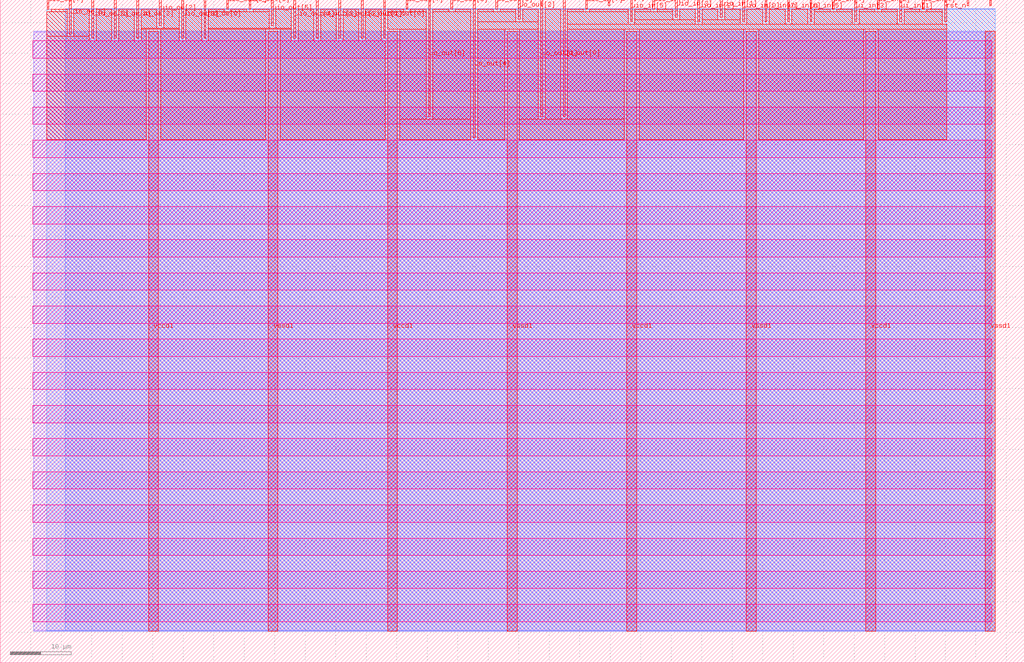
<source format=lef>
VERSION 5.7 ;
  NOWIREEXTENSIONATPIN ON ;
  DIVIDERCHAR "/" ;
  BUSBITCHARS "[]" ;
MACRO tt_um_wokwi_366318576852367361
  CLASS BLOCK ;
  FOREIGN tt_um_wokwi_366318576852367361 ;
  ORIGIN 0.000 0.000 ;
  SIZE 167.900 BY 108.800 ;
  PIN clk
    DIRECTION INPUT ;
    USE SIGNAL ;
    PORT
      LAYER met4 ;
        RECT 158.550 107.800 158.850 108.800 ;
    END
  END clk
  PIN ena
    DIRECTION INPUT ;
    USE SIGNAL ;
    PORT
      LAYER met4 ;
        RECT 162.230 107.800 162.530 108.800 ;
    END
  END ena
  PIN rst_n
    DIRECTION INPUT ;
    USE SIGNAL ;
    PORT
      LAYER met4 ;
        RECT 154.870 105.220 155.170 108.800 ;
    END
  END rst_n
  PIN ui_in[0]
    DIRECTION INPUT ;
    USE SIGNAL ;
    PORT
      LAYER met4 ;
        RECT 151.190 107.260 151.490 108.800 ;
    END
  END ui_in[0]
  PIN ui_in[1]
    DIRECTION INPUT ;
    USE SIGNAL ;
    PORT
      LAYER met4 ;
        RECT 147.510 105.220 147.810 108.800 ;
    END
  END ui_in[1]
  PIN ui_in[2]
    DIRECTION INPUT ;
    USE SIGNAL ;
    PORT
      LAYER met4 ;
        RECT 143.830 107.260 144.130 108.800 ;
    END
  END ui_in[2]
  PIN ui_in[3]
    DIRECTION INPUT ;
    USE SIGNAL ;
    PORT
      LAYER met4 ;
        RECT 140.150 105.220 140.450 108.800 ;
    END
  END ui_in[3]
  PIN ui_in[4]
    DIRECTION INPUT ;
    USE SIGNAL ;
    PORT
      LAYER met4 ;
        RECT 136.470 107.260 136.770 108.800 ;
    END
  END ui_in[4]
  PIN ui_in[5]
    DIRECTION INPUT ;
    USE SIGNAL ;
    PORT
      LAYER met4 ;
        RECT 132.790 105.220 133.090 108.800 ;
    END
  END ui_in[5]
  PIN ui_in[6]
    DIRECTION INPUT ;
    USE SIGNAL ;
    PORT
      LAYER met4 ;
        RECT 129.110 105.220 129.410 108.800 ;
    END
  END ui_in[6]
  PIN ui_in[7]
    DIRECTION INPUT ;
    USE SIGNAL ;
    PORT
      LAYER met4 ;
        RECT 125.430 105.220 125.730 108.800 ;
    END
  END ui_in[7]
  PIN uio_in[0]
    DIRECTION INPUT ;
    USE SIGNAL ;
    PORT
      LAYER met4 ;
        RECT 121.750 105.220 122.050 108.800 ;
    END
  END uio_in[0]
  PIN uio_in[1]
    DIRECTION INPUT ;
    USE SIGNAL ;
    PORT
      LAYER met4 ;
        RECT 118.070 105.900 118.370 108.800 ;
    END
  END uio_in[1]
  PIN uio_in[2]
    DIRECTION INPUT ;
    USE SIGNAL ;
    PORT
      LAYER met4 ;
        RECT 114.390 105.220 114.690 108.800 ;
    END
  END uio_in[2]
  PIN uio_in[3]
    DIRECTION INPUT ;
    USE SIGNAL ;
    PORT
      LAYER met4 ;
        RECT 110.710 105.900 111.010 108.800 ;
    END
  END uio_in[3]
  PIN uio_in[4]
    DIRECTION INPUT ;
    USE SIGNAL ;
    PORT
      LAYER met4 ;
        RECT 107.030 107.260 107.330 108.800 ;
    END
  END uio_in[4]
  PIN uio_in[5]
    DIRECTION INPUT ;
    USE SIGNAL ;
    PORT
      LAYER met4 ;
        RECT 103.350 105.220 103.650 108.800 ;
    END
  END uio_in[5]
  PIN uio_in[6]
    DIRECTION INPUT ;
    USE SIGNAL ;
    PORT
      LAYER met4 ;
        RECT 99.670 107.800 99.970 108.800 ;
    END
  END uio_in[6]
  PIN uio_in[7]
    DIRECTION INPUT ;
    USE SIGNAL ;
    PORT
      LAYER met4 ;
        RECT 95.990 107.260 96.290 108.800 ;
    END
  END uio_in[7]
  PIN uio_oe[0]
    DIRECTION OUTPUT TRISTATE ;
    USE SIGNAL ;
    PORT
      LAYER met4 ;
        RECT 33.430 102.500 33.730 108.800 ;
    END
  END uio_oe[0]
  PIN uio_oe[1]
    DIRECTION OUTPUT TRISTATE ;
    USE SIGNAL ;
    PORT
      LAYER met4 ;
        RECT 29.750 102.500 30.050 108.800 ;
    END
  END uio_oe[1]
  PIN uio_oe[2]
    DIRECTION OUTPUT TRISTATE ;
    USE SIGNAL ;
    PORT
      LAYER met4 ;
        RECT 26.070 104.540 26.370 108.800 ;
    END
  END uio_oe[2]
  PIN uio_oe[3]
    DIRECTION OUTPUT TRISTATE ;
    USE SIGNAL ;
    PORT
      LAYER met4 ;
        RECT 22.390 102.500 22.690 108.800 ;
    END
  END uio_oe[3]
  PIN uio_oe[4]
    DIRECTION OUTPUT TRISTATE ;
    USE SIGNAL ;
    PORT
      LAYER met4 ;
        RECT 18.710 102.500 19.010 108.800 ;
    END
  END uio_oe[4]
  PIN uio_oe[5]
    DIRECTION OUTPUT TRISTATE ;
    USE SIGNAL ;
    PORT
      LAYER met4 ;
        RECT 15.030 102.500 15.330 108.800 ;
    END
  END uio_oe[5]
  PIN uio_oe[6]
    DIRECTION OUTPUT TRISTATE ;
    USE SIGNAL ;
    PORT
      LAYER met4 ;
        RECT 11.350 103.180 11.650 108.800 ;
    END
  END uio_oe[6]
  PIN uio_oe[7]
    DIRECTION OUTPUT TRISTATE ;
    USE SIGNAL ;
    PORT
      LAYER met4 ;
        RECT 7.670 107.260 7.970 108.800 ;
    END
  END uio_oe[7]
  PIN uio_out[0]
    DIRECTION OUTPUT TRISTATE ;
    USE SIGNAL ;
    PORT
      LAYER met4 ;
        RECT 62.870 102.500 63.170 108.800 ;
    END
  END uio_out[0]
  PIN uio_out[1]
    DIRECTION OUTPUT TRISTATE ;
    USE SIGNAL ;
    PORT
      LAYER met4 ;
        RECT 59.190 102.500 59.490 108.800 ;
    END
  END uio_out[1]
  PIN uio_out[2]
    DIRECTION OUTPUT TRISTATE ;
    USE SIGNAL ;
    PORT
      LAYER met4 ;
        RECT 55.510 102.500 55.810 108.800 ;
    END
  END uio_out[2]
  PIN uio_out[3]
    DIRECTION OUTPUT TRISTATE ;
    USE SIGNAL ;
    PORT
      LAYER met4 ;
        RECT 51.830 102.500 52.130 108.800 ;
    END
  END uio_out[3]
  PIN uio_out[4]
    DIRECTION OUTPUT TRISTATE ;
    USE SIGNAL ;
    PORT
      LAYER met4 ;
        RECT 48.150 102.500 48.450 108.800 ;
    END
  END uio_out[4]
  PIN uio_out[5]
    DIRECTION OUTPUT TRISTATE ;
    USE SIGNAL ;
    PORT
      LAYER met4 ;
        RECT 44.470 104.540 44.770 108.800 ;
    END
  END uio_out[5]
  PIN uio_out[6]
    DIRECTION OUTPUT TRISTATE ;
    USE SIGNAL ;
    PORT
      LAYER met4 ;
        RECT 40.790 107.260 41.090 108.800 ;
    END
  END uio_out[6]
  PIN uio_out[7]
    DIRECTION OUTPUT TRISTATE ;
    USE SIGNAL ;
    PORT
      LAYER met4 ;
        RECT 37.110 107.260 37.410 108.800 ;
    END
  END uio_out[7]
  PIN uo_out[0]
    DIRECTION OUTPUT TRISTATE ;
    USE SIGNAL ;
    PORT
      LAYER met4 ;
        RECT 92.310 89.580 92.610 108.800 ;
    END
  END uo_out[0]
  PIN uo_out[1]
    DIRECTION OUTPUT TRISTATE ;
    USE SIGNAL ;
    PORT
      LAYER met4 ;
        RECT 88.630 89.580 88.930 108.800 ;
    END
  END uo_out[1]
  PIN uo_out[2]
    DIRECTION OUTPUT TRISTATE ;
    USE SIGNAL ;
    PORT
      LAYER met4 ;
        RECT 84.950 105.590 85.250 108.800 ;
    END
  END uo_out[2]
  PIN uo_out[3]
    DIRECTION OUTPUT TRISTATE ;
    USE SIGNAL ;
    PORT
      LAYER met4 ;
        RECT 81.270 107.260 81.570 108.800 ;
    END
  END uo_out[3]
  PIN uo_out[4]
    DIRECTION OUTPUT TRISTATE ;
    USE SIGNAL ;
    PORT
      LAYER met4 ;
        RECT 77.590 86.180 77.890 108.800 ;
    END
  END uo_out[4]
  PIN uo_out[5]
    DIRECTION OUTPUT TRISTATE ;
    USE SIGNAL ;
    PORT
      LAYER met4 ;
        RECT 73.910 107.260 74.210 108.800 ;
    END
  END uo_out[5]
  PIN uo_out[6]
    DIRECTION OUTPUT TRISTATE ;
    USE SIGNAL ;
    PORT
      LAYER met4 ;
        RECT 70.230 89.580 70.530 108.800 ;
    END
  END uo_out[6]
  PIN uo_out[7]
    DIRECTION OUTPUT TRISTATE ;
    USE SIGNAL ;
    PORT
      LAYER met4 ;
        RECT 66.550 107.260 66.850 108.800 ;
    END
  END uo_out[7]
  PIN vccd1
    DIRECTION INOUT ;
    USE POWER ;
    PORT
      LAYER met4 ;
        RECT 24.325 5.200 25.925 103.600 ;
    END
    PORT
      LAYER met4 ;
        RECT 63.535 5.200 65.135 103.600 ;
    END
    PORT
      LAYER met4 ;
        RECT 102.745 5.200 104.345 103.600 ;
    END
    PORT
      LAYER met4 ;
        RECT 141.955 5.200 143.555 103.600 ;
    END
  END vccd1
  PIN vssd1
    DIRECTION INOUT ;
    USE GROUND ;
    PORT
      LAYER met4 ;
        RECT 43.930 5.200 45.530 103.600 ;
    END
    PORT
      LAYER met4 ;
        RECT 83.140 5.200 84.740 103.600 ;
    END
    PORT
      LAYER met4 ;
        RECT 122.350 5.200 123.950 103.600 ;
    END
    PORT
      LAYER met4 ;
        RECT 161.560 5.200 163.160 103.600 ;
    END
  END vssd1
  OBS
      LAYER nwell ;
        RECT 5.330 99.225 162.570 102.055 ;
        RECT 5.330 93.785 162.570 96.615 ;
        RECT 5.330 88.345 162.570 91.175 ;
        RECT 5.330 82.905 162.570 85.735 ;
        RECT 5.330 77.465 162.570 80.295 ;
        RECT 5.330 72.025 162.570 74.855 ;
        RECT 5.330 66.585 162.570 69.415 ;
        RECT 5.330 61.145 162.570 63.975 ;
        RECT 5.330 55.705 162.570 58.535 ;
        RECT 5.330 50.265 162.570 53.095 ;
        RECT 5.330 44.825 162.570 47.655 ;
        RECT 5.330 39.385 162.570 42.215 ;
        RECT 5.330 33.945 162.570 36.775 ;
        RECT 5.330 28.505 162.570 31.335 ;
        RECT 5.330 23.065 162.570 25.895 ;
        RECT 5.330 17.625 162.570 20.455 ;
        RECT 5.330 12.185 162.570 15.015 ;
        RECT 5.330 6.745 162.570 9.575 ;
      LAYER li1 ;
        RECT 5.520 5.355 162.380 103.445 ;
      LAYER met1 ;
        RECT 5.520 5.200 163.160 103.600 ;
      LAYER met2 ;
        RECT 10.670 5.255 163.130 107.285 ;
      LAYER met3 ;
        RECT 7.630 5.275 163.150 107.265 ;
      LAYER met4 ;
        RECT 8.370 106.860 10.950 107.265 ;
        RECT 7.655 102.780 10.950 106.860 ;
        RECT 12.050 102.780 14.630 107.265 ;
        RECT 7.655 102.100 14.630 102.780 ;
        RECT 15.730 102.100 18.310 107.265 ;
        RECT 19.410 102.100 21.990 107.265 ;
        RECT 23.090 104.140 25.670 107.265 ;
        RECT 26.770 104.140 29.350 107.265 ;
        RECT 23.090 104.000 29.350 104.140 ;
        RECT 23.090 102.100 23.925 104.000 ;
        RECT 7.655 85.855 23.925 102.100 ;
        RECT 26.325 102.100 29.350 104.000 ;
        RECT 30.450 102.100 33.030 107.265 ;
        RECT 34.130 106.860 36.710 107.265 ;
        RECT 37.810 106.860 40.390 107.265 ;
        RECT 41.490 106.860 44.070 107.265 ;
        RECT 34.130 104.140 44.070 106.860 ;
        RECT 45.170 104.140 47.750 107.265 ;
        RECT 34.130 104.000 47.750 104.140 ;
        RECT 34.130 102.100 43.530 104.000 ;
        RECT 26.325 85.855 43.530 102.100 ;
        RECT 45.930 102.100 47.750 104.000 ;
        RECT 48.850 102.100 51.430 107.265 ;
        RECT 52.530 102.100 55.110 107.265 ;
        RECT 56.210 102.100 58.790 107.265 ;
        RECT 59.890 102.100 62.470 107.265 ;
        RECT 63.570 106.860 66.150 107.265 ;
        RECT 67.250 106.860 69.830 107.265 ;
        RECT 63.570 104.000 69.830 106.860 ;
        RECT 45.930 85.855 63.135 102.100 ;
        RECT 65.535 89.180 69.830 104.000 ;
        RECT 70.930 106.860 73.510 107.265 ;
        RECT 74.610 106.860 77.190 107.265 ;
        RECT 70.930 89.180 77.190 106.860 ;
        RECT 65.535 85.855 77.190 89.180 ;
        RECT 78.290 106.860 80.870 107.265 ;
        RECT 81.970 106.860 84.550 107.265 ;
        RECT 78.290 105.190 84.550 106.860 ;
        RECT 85.650 105.190 88.230 107.265 ;
        RECT 78.290 104.000 88.230 105.190 ;
        RECT 78.290 85.855 82.740 104.000 ;
        RECT 85.140 89.180 88.230 104.000 ;
        RECT 89.330 89.180 91.910 107.265 ;
        RECT 93.010 106.860 95.590 107.265 ;
        RECT 96.690 106.860 102.950 107.265 ;
        RECT 93.010 104.820 102.950 106.860 ;
        RECT 104.050 106.860 106.630 107.265 ;
        RECT 107.730 106.860 110.310 107.265 ;
        RECT 104.050 105.500 110.310 106.860 ;
        RECT 111.410 105.500 113.990 107.265 ;
        RECT 104.050 104.820 113.990 105.500 ;
        RECT 115.090 105.500 117.670 107.265 ;
        RECT 118.770 105.500 121.350 107.265 ;
        RECT 115.090 104.820 121.350 105.500 ;
        RECT 122.450 104.820 125.030 107.265 ;
        RECT 126.130 104.820 128.710 107.265 ;
        RECT 129.810 104.820 132.390 107.265 ;
        RECT 133.490 106.860 136.070 107.265 ;
        RECT 137.170 106.860 139.750 107.265 ;
        RECT 133.490 104.820 139.750 106.860 ;
        RECT 140.850 106.860 143.430 107.265 ;
        RECT 144.530 106.860 147.110 107.265 ;
        RECT 140.850 104.820 147.110 106.860 ;
        RECT 148.210 106.860 150.790 107.265 ;
        RECT 151.890 106.860 154.470 107.265 ;
        RECT 148.210 104.820 154.470 106.860 ;
        RECT 93.010 104.000 155.185 104.820 ;
        RECT 93.010 89.180 102.345 104.000 ;
        RECT 85.140 85.855 102.345 89.180 ;
        RECT 104.745 85.855 121.950 104.000 ;
        RECT 124.350 85.855 141.555 104.000 ;
        RECT 143.955 85.855 155.185 104.000 ;
  END
END tt_um_wokwi_366318576852367361
END LIBRARY


</source>
